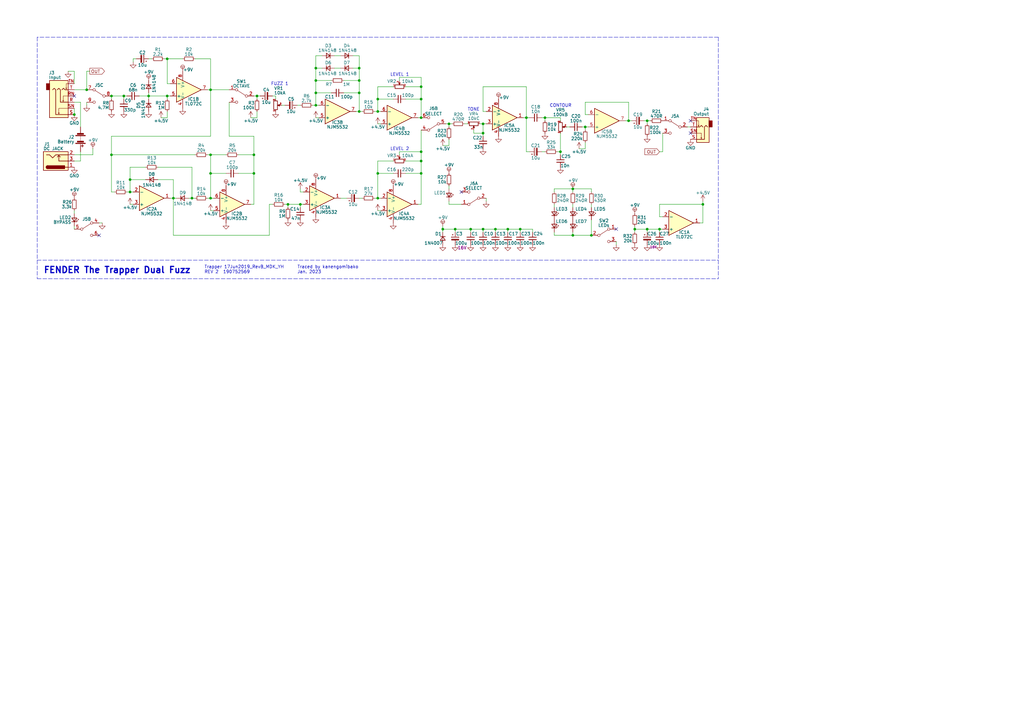
<source format=kicad_sch>
(kicad_sch (version 20211123) (generator eeschema)
  (paper "A3")
  (lib_symbols
    (symbol "Amplifier_Operational:NJM5532" (pin_names (offset 0.127))
      (property "Reference" "U" (at 0 5.08 0))
      (property "Value" "NJM5532" (at 0 -5.08 0))
      (symbol "NJM5532_1_1"
        (pin output line (at 7.62 0 180) (length 2.54) (name "~") (number "1"))
        (pin input line (at -7.62 -2.54 0) (length 2.54) (name "-") (number "2"))
        (pin input line (at -7.62 2.54 0) (length 2.54) (name "+") (number "3"))
      )
      (symbol "NJM5532_2_1"
        (pin input line (at -7.62 2.54 0) (length 2.54) (name "+") (number "5"))
        (pin input line (at -7.62 -2.54 0) (length 2.54) (name "-") (number "6"))
        (pin output line (at 7.62 0 180) (length 2.54) (name "~") (number "7"))
      )
      (symbol "NJM5532_3_1"
        (pin power_in line (at -2.54 -7.62 90) (length 3.81) (name "V-") (number "4"))
        (pin power_in line (at -2.54 7.62 270) (length 3.81) (name "V+") (number "8"))
      )
    )
    (symbol "Amplifier_Operational:TL072" (pin_names (offset 0.127))
      (property "Reference" "U" (at 0 5.08 0))
      (property "Value" "TL072" (at 0 -5.08 0))
      (symbol "TL072_1_1"
        (pin output line (at 7.62 0 180) (length 2.54) (name "~") (number "1"))
        (pin input line (at -7.62 -2.54 0) (length 2.54) (name "-") (number "2"))
        (pin input line (at -7.62 2.54 0) (length 2.54) (name "+") (number "3"))
      )
      (symbol "TL072_2_1"
        (pin input line (at -7.62 2.54 0) (length 2.54) (name "+") (number "5"))
        (pin input line (at -7.62 -2.54 0) (length 2.54) (name "-") (number "6"))
        (pin output line (at 7.62 0 180) (length 2.54) (name "~") (number "7"))
      )
      (symbol "TL072_3_1"
        (pin power_in line (at -2.54 -7.62 90) (length 3.81) (name "V-") (number "4"))
        (pin power_in line (at -2.54 7.62 270) (length 3.81) (name "V+") (number "8"))
      )
    )
    (symbol "Connector:AudioJack2_Switch"
      (property "Reference" "J" (at 0 11.43 0))
      (property "Value" "AudioJack2_Switch" (at 0 8.89 0))
      (symbol "AudioJack2_Switch_1_1"
        (pin passive line (at 5.08 5.08 180) (length 2.54) (name "~") (number "S"))
        (pin passive line (at 5.08 2.54 180) (length 2.54) (name "~") (number "SN"))
        (pin passive line (at 5.08 0 180) (length 2.54) (name "~") (number "T"))
        (pin passive line (at 5.08 -2.54 180) (length 2.54) (name "~") (number "TN"))
      )
    )
    (symbol "Connector:AudioJack3_Switch"
      (property "Reference" "J" (at 0 11.43 0))
      (property "Value" "AudioJack3_Switch" (at 0 8.89 0))
      (symbol "AudioJack3_Switch_1_1"
        (pin passive line (at 5.08 0 180) (length 2.54) (name "~") (number "R"))
        (pin passive line (at 5.08 -2.54 180) (length 2.54) (name "~") (number "RN"))
        (pin passive line (at 5.08 5.08 180) (length 2.54) (name "~") (number "S"))
        (pin passive line (at 5.08 2.54 180) (length 2.54) (name "~") (number "SN"))
        (pin passive line (at 5.08 -5.08 180) (length 2.54) (name "~") (number "T"))
        (pin passive line (at 5.08 -7.62 180) (length 2.54) (name "~") (number "TN"))
      )
    )
    (symbol "Connector:Barrel_Jack_Switch" (pin_names hide)
      (property "Reference" "J" (at 0 5.334 0))
      (property "Value" "Barrel_Jack_Switch" (at 0 -5.08 0))
      (symbol "Barrel_Jack_Switch_1_1"
        (pin passive line (at 7.62 2.54 180) (length 2.54) (name "~") (number "1"))
        (pin passive line (at 7.62 -2.54 180) (length 2.54) (name "~") (number "2"))
        (pin passive line (at 7.62 0 180) (length 2.54) (name "~") (number "3"))
      )
    )
    (symbol "Device:Battery" (pin_numbers hide) (pin_names (offset 0) hide)
      (property "Reference" "BT" (at 2.54 2.54 0))
      (property "Value" "Battery" (at 2.54 0 0))
      (symbol "Battery_1_1"
        (pin passive line (at 0 5.08 270) (length 2.54) (name "+") (number "1"))
        (pin passive line (at 0 -5.08 90) (length 2.54) (name "-") (number "2"))
      )
    )
    (symbol "Device:C_Polarized_Small" (pin_numbers hide) (pin_names (offset 0.254) hide)
      (property "Reference" "C" (at 0.254 1.778 0))
      (property "Value" "C_Polarized_Small" (at 0.254 -2.032 0))
      (symbol "C_Polarized_Small_1_1"
        (pin passive line (at 0 2.54 270) (length 1.8542) (name "~") (number "1"))
        (pin passive line (at 0 -2.54 90) (length 1.8542) (name "~") (number "2"))
      )
    )
    (symbol "Device:C_Small" (pin_numbers hide) (pin_names (offset 0.254) hide)
      (property "Reference" "C" (at 0.254 1.778 0))
      (property "Value" "C_Small" (at 0.254 -2.032 0))
      (symbol "C_Small_1_1"
        (pin passive line (at 0 2.54 270) (length 2.032) (name "~") (number "1"))
        (pin passive line (at 0 -2.54 90) (length 2.032) (name "~") (number "2"))
      )
    )
    (symbol "Device:D_Small" (pin_numbers hide) (pin_names (offset 0.254) hide)
      (property "Reference" "D" (at -1.27 2.032 0))
      (property "Value" "D_Small" (at -3.81 -2.032 0))
      (symbol "D_Small_1_1"
        (pin passive line (at -2.54 0 0) (length 1.778) (name "K") (number "1"))
        (pin passive line (at 2.54 0 180) (length 1.778) (name "A") (number "2"))
      )
    )
    (symbol "Device:LED_Small" (pin_numbers hide) (pin_names (offset 0.254) hide)
      (property "Reference" "D" (at -1.27 3.175 0))
      (property "Value" "LED_Small" (at -4.445 -2.54 0))
      (symbol "LED_Small_1_1"
        (pin passive line (at -2.54 0 0) (length 1.778) (name "K") (number "1"))
        (pin passive line (at 2.54 0 180) (length 1.778) (name "A") (number "2"))
      )
    )
    (symbol "Device:R_Potentiometer_Small" (pin_names (offset 1.016) hide)
      (property "Reference" "RV" (at -4.445 0 90))
      (property "Value" "R_Potentiometer_Small" (at -2.54 0 90))
      (symbol "R_Potentiometer_Small_1_1"
        (pin passive line (at 0 2.54 270) (length 0.635) (name "1") (number "1"))
        (pin passive line (at 2.54 0 180) (length 0.9906) (name "2") (number "2"))
        (pin passive line (at 0 -2.54 90) (length 0.635) (name "3") (number "3"))
      )
    )
    (symbol "Device:R_Small" (pin_numbers hide) (pin_names (offset 0.254) hide)
      (property "Reference" "R" (at 0.762 0.508 0))
      (property "Value" "R_Small" (at 0.762 -1.016 0))
      (symbol "R_Small_1_1"
        (pin passive line (at 0 2.54 270) (length 0.762) (name "~") (number "1"))
        (pin passive line (at 0 -2.54 90) (length 0.762) (name "~") (number "2"))
      )
    )
    (symbol "Switch:SW_DPDT_x2" (pin_names (offset 0) hide)
      (property "Reference" "SW" (at 0 4.318 0))
      (property "Value" "SW_DPDT_x2" (at 0 -5.08 0))
      (symbol "SW_DPDT_x2_1_1"
        (pin passive line (at 5.08 2.54 180) (length 2.54) (name "A") (number "1"))
        (pin passive line (at -5.08 0 0) (length 2.54) (name "B") (number "2"))
        (pin passive line (at 5.08 -2.54 180) (length 2.54) (name "C") (number "3"))
      )
      (symbol "SW_DPDT_x2_2_1"
        (pin passive line (at 5.08 2.54 180) (length 2.54) (name "A") (number "4"))
        (pin passive line (at -5.08 0 0) (length 2.54) (name "B") (number "5"))
        (pin passive line (at 5.08 -2.54 180) (length 2.54) (name "C") (number "6"))
      )
    )
    (symbol "Switch:SW_SPDT" (pin_names (offset 0) hide)
      (property "Reference" "SW" (at 0 4.318 0))
      (property "Value" "SW_SPDT" (at 0 -5.08 0))
      (symbol "SW_SPDT_1_1"
        (pin passive line (at 5.08 2.54 180) (length 2.54) (name "A") (number "1"))
        (pin passive line (at -5.08 0 0) (length 2.54) (name "B") (number "2"))
        (pin passive line (at 5.08 -2.54 180) (length 2.54) (name "C") (number "3"))
      )
    )
    (symbol "myLib:+4.5V" (power) (pin_names (offset 0))
      (property "Value" "+4.5V" (at 0 3.556 0))
      (symbol "+4.5V_1_1"
        (pin power_in line (at 0 0 90) (length 0) hide (name "+4.5V") (number "1"))
      )
    )
    (symbol "myLib:+9V" (power) (pin_names (offset 0))
      (property "Value" "+9V" (at 0 3.556 0))
      (symbol "+9V_1_1"
        (pin power_in line (at 0 0 90) (length 0) hide (name "+9V") (number "1"))
      )
    )
    (symbol "myLib:SW_3PDT" (pin_names (offset 0) hide)
      (property "Reference" "SW" (at 0 4.318 0))
      (property "Value" "SW_3PDT" (at 0 -5.08 0))
      (symbol "SW_3PDT_1_1"
        (pin passive line (at 5.08 2.54 180) (length 2.54) (name "A") (number "1"))
        (pin passive line (at -5.08 0 0) (length 2.54) (name "B") (number "2"))
        (pin passive line (at 5.08 -2.54 180) (length 2.54) (name "C") (number "3"))
      )
      (symbol "SW_3PDT_2_1"
        (pin passive line (at 5.08 2.54 180) (length 2.54) (name "A") (number "4"))
        (pin passive line (at -5.08 0 0) (length 2.54) (name "B") (number "5"))
        (pin passive line (at 5.08 -2.54 180) (length 2.54) (name "C") (number "6"))
      )
      (symbol "SW_3PDT_3_1"
        (pin passive line (at 5.08 2.54 180) (length 2.54) (name "A") (number "7"))
        (pin passive line (at -5.08 0 0) (length 2.54) (name "B") (number "8"))
        (pin passive line (at 5.08 -2.54 180) (length 2.54) (name "C") (number "9"))
      )
    )
    (symbol "power:GND" (power) (pin_names (offset 0))
      (property "Value" "GND" (at 0 -3.81 0))
      (symbol "GND_1_1"
        (pin power_in line (at 0 0 270) (length 0) hide (name "GND") (number "1"))
      )
    )
  )
  (junction (at 86.36 71.12))
  (junction (at 172.72 71.12))
  (junction (at 154.94 81.28))
  (junction (at 71.12 81.28))
  (junction (at 186.69 93.98))
  (junction (at 184.15 50.8))
  (junction (at 229.87 62.23))
  (junction (at 30.48 46.99))
  (junction (at 172.72 62.23))
  (junction (at 193.04 93.98))
  (junction (at 68.58 24.13))
  (junction (at 265.43 93.98))
  (junction (at 242.57 96.52))
  (junction (at 154.94 71.12))
  (junction (at 172.72 48.26))
  (junction (at 129.54 43.18))
  (junction (at 172.72 66.04))
  (junction (at 257.81 49.53))
  (junction (at 35.56 36.83))
  (junction (at 45.72 63.5))
  (junction (at 86.36 63.5))
  (junction (at 203.2 93.98))
  (junction (at 123.19 83.82))
  (junction (at 86.36 36.83))
  (junction (at 198.12 93.98))
  (junction (at 265.43 49.53))
  (junction (at 53.34 78.74))
  (junction (at 198.12 50.8))
  (junction (at 154.94 40.64))
  (junction (at 240.03 52.07))
  (junction (at 60.96 39.37))
  (junction (at 129.54 33.02))
  (junction (at 104.14 63.5))
  (junction (at 215.9 48.26))
  (junction (at 147.32 27.94))
  (junction (at 172.72 40.64))
  (junction (at 172.72 35.56))
  (junction (at 154.94 45.72))
  (junction (at 86.36 81.28))
  (junction (at 234.95 96.52))
  (junction (at 223.52 48.26))
  (junction (at 129.54 38.1))
  (junction (at 105.41 39.37))
  (junction (at 213.36 93.98))
  (junction (at 198.12 54.61))
  (junction (at 147.32 33.02))
  (junction (at 68.58 39.37))
  (junction (at 147.32 38.1))
  (junction (at 129.54 27.94))
  (junction (at 270.51 93.98))
  (junction (at 234.95 77.47))
  (junction (at 50.8 39.37))
  (junction (at 260.35 93.98))
  (junction (at 208.28 93.98))
  (junction (at 104.14 71.12))
  (junction (at 181.61 93.98))
  (junction (at 147.32 45.72))
  (junction (at 288.29 83.82))
  (junction (at 118.11 83.82))
  (junction (at 53.34 73.66))
  (junction (at 45.72 39.37))
  (junction (at 78.74 81.28))
  (no_connect (at 283.21 54.61))
  (no_connect (at 30.48 39.37))
  (no_connect (at 40.64 96.52))
  (no_connect (at 283.21 49.53))
  (no_connect (at 252.73 93.98))
  (no_connect (at 189.23 78.74))
  (wire (pts (xy 265.43 49.53) (xy 266.7 49.53)))
  (wire (pts (xy 172.72 48.26) (xy 172.72 40.64)))
  (wire (pts (xy 163.83 33.02) (xy 163.83 31.75)))
  (wire (pts (xy 105.41 39.37) (xy 106.68 39.37)))
  (wire (pts (xy 110.49 83.82) (xy 111.76 83.82)))
  (wire (pts (xy 161.29 40.64) (xy 154.94 40.64)))
  (wire (pts (xy 86.36 36.83) (xy 86.36 55.88)))
  (wire (pts (xy 129.54 43.18) (xy 130.81 43.18)))
  (wire (pts (xy 137.16 27.94) (xy 139.7 27.94)))
  (wire (pts (xy 228.6 62.23) (xy 229.87 62.23)))
  (wire (pts (xy 190.5 50.8) (xy 191.77 50.8)))
  (wire (pts (xy 54.61 24.13) (xy 55.88 24.13)))
  (wire (pts (xy 260.35 92.71) (xy 260.35 93.98)))
  (wire (pts (xy 78.74 68.58) (xy 78.74 81.28)))
  (wire (pts (xy 30.48 63.5) (xy 38.1 63.5)))
  (wire (pts (xy 147.32 38.1) (xy 147.32 45.72)))
  (wire (pts (xy 140.97 38.1) (xy 147.32 38.1)))
  (wire (pts (xy 288.29 82.55) (xy 288.29 83.82)))
  (wire (pts (xy 242.57 85.09) (xy 242.57 83.82)))
  (wire (pts (xy 53.34 73.66) (xy 59.69 73.66)))
  (wire (pts (xy 86.36 36.83) (xy 93.98 36.83)))
  (wire (pts (xy 57.15 39.37) (xy 60.96 39.37)))
  (wire (pts (xy 184.15 83.82) (xy 189.23 83.82)))
  (wire (pts (xy 198.12 54.61) (xy 198.12 55.88)))
  (wire (pts (xy 259.08 49.53) (xy 257.81 49.53)))
  (wire (pts (xy 129.54 33.02) (xy 129.54 38.1)))
  (wire (pts (xy 64.77 73.66) (xy 71.12 73.66)))
  (wire (pts (xy 215.9 62.23) (xy 217.17 62.23)))
  (wire (pts (xy 53.34 78.74) (xy 53.34 73.66)))
  (wire (pts (xy 147.32 22.86) (xy 147.32 27.94)))
  (wire (pts (xy 86.36 81.28) (xy 87.63 81.28)))
  (wire (pts (xy 124.46 83.82) (xy 123.19 83.82)))
  (wire (pts (xy 59.69 68.58) (xy 53.34 68.58)))
  (wire (pts (xy 198.12 50.8) (xy 198.12 54.61)))
  (wire (pts (xy 271.78 88.9) (xy 270.51 88.9)))
  (wire (pts (xy 60.96 38.1) (xy 60.96 39.37)))
  (wire (pts (xy 30.48 66.04) (xy 33.02 66.04)))
  (wire (pts (xy 33.02 41.91) (xy 33.02 52.07)))
  (wire (pts (xy 198.12 45.72) (xy 198.12 35.56)))
  (wire (pts (xy 104.14 83.82) (xy 102.87 83.82)))
  (wire (pts (xy 30.48 41.91) (xy 33.02 41.91)))
  (wire (pts (xy 130.81 48.26) (xy 129.54 48.26)))
  (wire (pts (xy 35.56 36.83) (xy 35.56 29.21)))
  (wire (pts (xy 184.15 59.69) (xy 181.61 59.69)))
  (wire (pts (xy 148.59 81.28) (xy 147.32 81.28)))
  (wire (pts (xy 222.25 62.23) (xy 223.52 62.23)))
  (wire (pts (xy 156.21 86.36) (xy 154.94 86.36)))
  (wire (pts (xy 50.8 39.37) (xy 45.72 39.37)))
  (wire (pts (xy 172.72 31.75) (xy 172.72 35.56)))
  (wire (pts (xy 264.16 49.53) (xy 265.43 49.53)))
  (wire (pts (xy 215.9 48.26) (xy 215.9 62.23)))
  (wire (pts (xy 110.49 96.52) (xy 71.12 96.52)))
  (wire (pts (xy 227.33 77.47) (xy 227.33 78.74)))
  (wire (pts (xy 110.49 83.82) (xy 110.49 96.52)))
  (wire (pts (xy 45.72 39.37) (xy 45.72 40.64)))
  (wire (pts (xy 52.07 39.37) (xy 50.8 39.37)))
  (wire (pts (xy 66.04 48.26) (xy 68.58 48.26)))
  (wire (pts (xy 147.32 33.02) (xy 147.32 38.1)))
  (wire (pts (xy 72.39 81.28) (xy 71.12 81.28)))
  (wire (pts (xy 252.73 99.06) (xy 252.73 100.33)))
  (wire (pts (xy 154.94 50.8) (xy 156.21 50.8)))
  (wire (pts (xy 139.7 22.86) (xy 137.16 22.86)))
  (wire (pts (xy 166.37 35.56) (xy 172.72 35.56)))
  (polyline (pts (xy 294.64 15.24) (xy 15.24 15.24)))
  (wire (pts (xy 104.14 63.5) (xy 104.14 71.12)))
  (wire (pts (xy 161.29 66.04) (xy 154.94 66.04)))
  (wire (pts (xy 166.37 66.04) (xy 172.72 66.04)))
  (wire (pts (xy 271.78 54.61) (xy 271.78 62.23)))
  (wire (pts (xy 87.63 86.36) (xy 86.36 86.36)))
  (wire (pts (xy 153.67 45.72) (xy 154.94 45.72)))
  (wire (pts (xy 135.89 38.1) (xy 129.54 38.1)))
  (wire (pts (xy 208.28 95.25) (xy 208.28 93.98)))
  (wire (pts (xy 184.15 76.2) (xy 184.15 77.47)))
  (wire (pts (xy 50.8 39.37) (xy 50.8 40.64)))
  (wire (pts (xy 69.85 39.37) (xy 68.58 39.37)))
  (wire (pts (xy 171.45 48.26) (xy 172.72 48.26)))
  (wire (pts (xy 62.23 24.13) (xy 60.96 24.13)))
  (wire (pts (xy 182.88 50.8) (xy 184.15 50.8)))
  (wire (pts (xy 33.02 62.23) (xy 33.02 66.04)))
  (wire (pts (xy 104.14 71.12) (xy 104.14 83.82)))
  (wire (pts (xy 104.14 55.88) (xy 104.14 63.5)))
  (wire (pts (xy 193.04 95.25) (xy 193.04 93.98)))
  (wire (pts (xy 199.39 45.72) (xy 198.12 45.72)))
  (wire (pts (xy 35.56 29.21) (xy 36.83 29.21)))
  (wire (pts (xy 67.31 24.13) (xy 68.58 24.13)))
  (wire (pts (xy 270.51 83.82) (xy 288.29 83.82)))
  (wire (pts (xy 45.72 63.5) (xy 80.01 63.5)))
  (polyline (pts (xy 294.64 15.24) (xy 294.64 114.3)))
  (wire (pts (xy 242.57 96.52) (xy 234.95 96.52)))
  (wire (pts (xy 271.78 93.98) (xy 270.51 93.98)))
  (wire (pts (xy 234.95 83.82) (xy 234.95 85.09)))
  (wire (pts (xy 132.08 27.94) (xy 129.54 27.94)))
  (wire (pts (xy 140.97 33.02) (xy 147.32 33.02)))
  (wire (pts (xy 45.72 55.88) (xy 45.72 63.5)))
  (wire (pts (xy 227.33 96.52) (xy 227.33 95.25)))
  (wire (pts (xy 128.27 43.18) (xy 129.54 43.18)))
  (wire (pts (xy 172.72 62.23) (xy 172.72 66.04)))
  (wire (pts (xy 229.87 62.23) (xy 229.87 63.5)))
  (wire (pts (xy 181.61 95.25) (xy 181.61 93.98)))
  (wire (pts (xy 196.85 50.8) (xy 198.12 50.8)))
  (wire (pts (xy 154.94 35.56) (xy 154.94 40.64)))
  (wire (pts (xy 163.83 63.5) (xy 163.83 62.23)))
  (wire (pts (xy 30.48 29.21) (xy 27.94 29.21)))
  (wire (pts (xy 35.56 41.91) (xy 35.56 43.18)))
  (wire (pts (xy 257.81 49.53) (xy 256.54 49.53)))
  (wire (pts (xy 229.87 48.26) (xy 229.87 49.53)))
  (wire (pts (xy 132.08 22.86) (xy 129.54 22.86)))
  (wire (pts (xy 213.36 95.25) (xy 213.36 93.98)))
  (wire (pts (xy 129.54 38.1) (xy 129.54 43.18)))
  (wire (pts (xy 153.67 81.28) (xy 154.94 81.28)))
  (wire (pts (xy 105.41 40.64) (xy 105.41 39.37)))
  (wire (pts (xy 198.12 35.56) (xy 215.9 35.56)))
  (wire (pts (xy 199.39 81.28) (xy 199.39 82.55)))
  (wire (pts (xy 86.36 81.28) (xy 85.09 81.28)))
  (wire (pts (xy 78.74 81.28) (xy 77.47 81.28)))
  (wire (pts (xy 144.78 27.94) (xy 147.32 27.94)))
  (wire (pts (xy 86.36 63.5) (xy 85.09 63.5)))
  (wire (pts (xy 123.19 85.09) (xy 123.19 83.82)))
  (wire (pts (xy 186.69 93.98) (xy 193.04 93.98)))
  (wire (pts (xy 105.41 45.72) (xy 105.41 48.26)))
  (wire (pts (xy 223.52 48.26) (xy 229.87 48.26)))
  (wire (pts (xy 86.36 36.83) (xy 86.36 24.13)))
  (wire (pts (xy 234.95 77.47) (xy 227.33 77.47)))
  (wire (pts (xy 104.14 39.37) (xy 105.41 39.37)))
  (wire (pts (xy 74.93 24.13) (xy 68.58 24.13)))
  (wire (pts (xy 54.61 78.74) (xy 53.34 78.74)))
  (wire (pts (xy 215.9 35.56) (xy 215.9 48.26)))
  (wire (pts (xy 71.12 81.28) (xy 71.12 96.52)))
  (wire (pts (xy 184.15 82.55) (xy 184.15 83.82)))
  (wire (pts (xy 184.15 57.15) (xy 184.15 59.69)))
  (wire (pts (xy 240.03 53.34) (xy 240.03 52.07)))
  (wire (pts (xy 148.59 45.72) (xy 147.32 45.72)))
  (polyline (pts (xy 15.24 114.3) (xy 294.64 114.3)))
  (wire (pts (xy 105.41 48.26) (xy 102.87 48.26)))
  (wire (pts (xy 161.29 35.56) (xy 154.94 35.56)))
  (wire (pts (xy 154.94 40.64) (xy 154.94 45.72)))
  (wire (pts (xy 166.37 40.64) (xy 172.72 40.64)))
  (wire (pts (xy 54.61 25.4) (xy 54.61 24.13)))
  (wire (pts (xy 265.43 95.25) (xy 265.43 93.98)))
  (wire (pts (xy 203.2 93.98) (xy 208.28 93.98)))
  (wire (pts (xy 45.72 63.5) (xy 45.72 78.74)))
  (wire (pts (xy 121.92 43.18) (xy 123.19 43.18)))
  (wire (pts (xy 45.72 78.74) (xy 46.99 78.74)))
  (wire (pts (xy 92.71 63.5) (xy 86.36 63.5)))
  (wire (pts (xy 147.32 27.94) (xy 147.32 33.02)))
  (wire (pts (xy 53.34 83.82) (xy 54.61 83.82)))
  (wire (pts (xy 172.72 83.82) (xy 171.45 83.82)))
  (wire (pts (xy 270.51 88.9) (xy 270.51 83.82)))
  (wire (pts (xy 238.76 52.07) (xy 240.03 52.07)))
  (wire (pts (xy 198.12 54.61) (xy 194.31 54.61)))
  (wire (pts (xy 45.72 55.88) (xy 86.36 55.88)))
  (wire (pts (xy 218.44 93.98) (xy 218.44 95.25)))
  (wire (pts (xy 144.78 22.86) (xy 147.32 22.86)))
  (wire (pts (xy 93.98 55.88) (xy 104.14 55.88)))
  (wire (pts (xy 181.61 93.98) (xy 186.69 93.98)))
  (wire (pts (xy 181.61 93.98) (xy 181.61 92.71)))
  (wire (pts (xy 85.09 36.83) (xy 86.36 36.83)))
  (wire (pts (xy 68.58 39.37) (xy 68.58 40.64)))
  (wire (pts (xy 30.48 34.29) (xy 30.48 29.21)))
  (wire (pts (xy 78.74 81.28) (xy 80.01 81.28)))
  (wire (pts (xy 64.77 68.58) (xy 78.74 68.58)))
  (wire (pts (xy 129.54 33.02) (xy 135.89 33.02)))
  (wire (pts (xy 172.72 40.64) (xy 172.72 35.56)))
  (wire (pts (xy 115.57 43.18) (xy 116.84 43.18)))
  (wire (pts (xy 154.94 71.12) (xy 154.94 81.28)))
  (wire (pts (xy 69.85 81.28) (xy 71.12 81.28)))
  (wire (pts (xy 215.9 48.26) (xy 214.63 48.26)))
  (wire (pts (xy 242.57 78.74) (xy 242.57 77.47)))
  (wire (pts (xy 288.29 83.82) (xy 288.29 91.44)))
  (wire (pts (xy 154.94 66.04) (xy 154.94 71.12)))
  (wire (pts (xy 260.35 95.25) (xy 260.35 93.98)))
  (wire (pts (xy 227.33 83.82) (xy 227.33 85.09)))
  (wire (pts (xy 68.58 48.26) (xy 68.58 45.72)))
  (wire (pts (xy 69.85 34.29) (xy 68.58 34.29)))
  (wire (pts (xy 208.28 93.98) (xy 213.36 93.98)))
  (wire (pts (xy 93.98 55.88) (xy 93.98 41.91)))
  (wire (pts (xy 172.72 71.12) (xy 172.72 83.82)))
  (wire (pts (xy 198.12 50.8) (xy 199.39 50.8)))
  (wire (pts (xy 129.54 22.86) (xy 129.54 27.94)))
  (wire (pts (xy 118.11 83.82) (xy 116.84 83.82)))
  (wire (pts (xy 60.96 40.64) (xy 60.96 39.37)))
  (wire (pts (xy 242.57 77.47) (xy 234.95 77.47)))
  (wire (pts (xy 30.48 36.83) (xy 35.56 36.83)))
  (wire (pts (xy 203.2 95.25) (xy 203.2 93.98)))
  (wire (pts (xy 234.95 96.52) (xy 227.33 96.52)))
  (wire (pts (xy 172.72 66.04) (xy 172.72 71.12)))
  (wire (pts (xy 186.69 95.25) (xy 186.69 93.98)))
  (wire (pts (xy 71.12 81.28) (xy 71.12 73.66)))
  (wire (pts (xy 229.87 62.23) (xy 229.87 54.61)))
  (wire (pts (xy 30.48 92.71) (xy 30.48 93.98)))
  (wire (pts (xy 52.07 78.74) (xy 53.34 78.74)))
  (wire (pts (xy 281.94 52.07) (xy 283.21 52.07)))
  (wire (pts (xy 215.9 48.26) (xy 217.17 48.26)))
  (wire (pts (xy 166.37 71.12) (xy 172.72 71.12)))
  (wire (pts (xy 30.48 44.45) (xy 30.48 46.99)))
  (wire (pts (xy 234.95 95.25) (xy 234.95 96.52)))
  (wire (pts (xy 288.29 91.44) (xy 287.02 91.44)))
  (wire (pts (xy 184.15 52.07) (xy 184.15 50.8)))
  (wire (pts (xy 129.54 27.94) (xy 129.54 33.02)))
  (wire (pts (xy 265.43 50.8) (xy 265.43 49.53)))
  (wire (pts (xy 118.11 85.09) (xy 118.11 83.82)))
  (wire (pts (xy 223.52 49.53) (xy 223.52 48.26)))
  (polyline (pts (xy 15.24 15.24) (xy 15.24 114.3)))
  (wire (pts (xy 193.04 93.98) (xy 198.12 93.98)))
  (wire (pts (xy 194.31 54.61) (xy 194.31 53.34)))
  (wire (pts (xy 161.29 71.12) (xy 154.94 71.12)))
  (wire (pts (xy 123.19 83.82) (xy 118.11 83.82)))
  (wire (pts (xy 53.34 68.58) (xy 53.34 73.66)))
  (wire (pts (xy 60.96 39.37) (xy 68.58 39.37)))
  (wire (pts (xy 260.35 93.98) (xy 265.43 93.98)))
  (wire (pts (xy 222.25 48.26) (xy 223.52 48.26)))
  (wire (pts (xy 163.83 62.23) (xy 172.72 62.23)))
  (wire (pts (xy 97.79 71.12) (xy 104.14 71.12)))
  (wire (pts (xy 30.48 86.36) (xy 30.48 87.63)))
  (wire (pts (xy 184.15 50.8) (xy 185.42 50.8)))
  (wire (pts (xy 86.36 24.13) (xy 80.01 24.13)))
  (wire (pts (xy 234.95 78.74) (xy 234.95 77.47)))
  (wire (pts (xy 265.43 93.98) (xy 270.51 93.98)))
  (wire (pts (xy 163.83 31.75) (xy 172.72 31.75)))
  (polyline (pts (xy 15.24 106.68) (xy 294.64 106.68)))
  (wire (pts (xy 271.78 62.23) (xy 270.51 62.23)))
  (wire (pts (xy 240.03 41.91) (xy 257.81 41.91)))
  (wire (pts (xy 68.58 24.13) (xy 68.58 34.29)))
  (wire (pts (xy 270.51 93.98) (xy 270.51 95.25)))
  (wire (pts (xy 198.12 93.98) (xy 203.2 93.98)))
  (wire (pts (xy 241.3 46.99) (xy 240.03 46.99)))
  (wire (pts (xy 154.94 81.28) (xy 156.21 81.28)))
  (wire (pts (xy 123.19 77.47) (xy 123.19 78.74)))
  (wire (pts (xy 172.72 53.34) (xy 172.72 62.23)))
  (wire (pts (xy 40.64 91.44) (xy 41.91 91.44)))
  (wire (pts (xy 92.71 71.12) (xy 86.36 71.12)))
  (wire (pts (xy 242.57 90.17) (xy 242.57 96.52)))
  (wire (pts (xy 113.03 39.37) (xy 113.03 40.64)))
  (wire (pts (xy 123.19 78.74) (xy 124.46 78.74)))
  (wire (pts (xy 240.03 58.42) (xy 240.03 60.96)))
  (wire (pts (xy 240.03 52.07) (xy 241.3 52.07)))
  (wire (pts (xy 86.36 63.5) (xy 86.36 71.12)))
  (wire (pts (xy 257.81 41.91) (xy 257.81 49.53)))
  (wire (pts (xy 111.76 39.37) (xy 113.03 39.37)))
  (wire (pts (xy 154.94 45.72) (xy 156.21 45.72)))
  (wire (pts (xy 142.24 81.28) (xy 139.7 81.28)))
  (wire (pts (xy 86.36 71.12) (xy 86.36 81.28)))
  (wire (pts (xy 213.36 93.98) (xy 218.44 93.98)))
  (wire (pts (xy 198.12 95.25) (xy 198.12 93.98)))
  (wire (pts (xy 240.03 46.99) (xy 240.03 41.91)))
  (wire (pts (xy 237.49 60.96) (xy 240.03 60.96)))
  (wire (pts (xy 232.41 52.07) (xy 233.68 52.07)))
  (wire (pts (xy 146.05 45.72) (xy 147.32 45.72)))
  (wire (pts (xy 38.1 60.96) (xy 38.1 63.5)))
  (wire (pts (xy 97.79 63.5) (xy 104.14 63.5)))
  (text "FENDER The Trapper Dual Fuzz" (at 17.78 112.395 0) (effects (font (size 2.54 2.54) (thickness 0.508) bold) (justify left bottom)))
  (text "LEVEL 1" (at 160.02 31.4325 0) (effects (font (size 1.27 1.27)) (justify left bottom)))
  (text "CONTOUR" (at 225.425 44.1325 0) (effects (font (size 1.27 1.27)) (justify left bottom)))
  (text "FUZZ 1\n" (at 111.125 35.2425 0) (effects (font (size 1.27 1.27)) (justify left bottom)))
  (text "Traced by kanengomibako\nJan. 2023" (at 121.92 112.395 0) (effects (font (size 1.27 1.27)) (justify left bottom)))
  (text "Trapper 17Jun2019_RevB_MDK_YH\nREV 2  190752569" (at 83.82 112.395 0) (effects (font (size 1.27 1.27)) (justify left bottom)))
  (text "LEVEL 2" (at 160.02 61.9125 0) (effects (font (size 1.27 1.27)) (justify left bottom)))
  (text "TONE" (at 191.77 45.72 0) (effects (font (size 1.27 1.27)) (justify left bottom)))
  (global_label "OUT" (shape output) (at 36.83 29.21 0) (property "Intersheet References" "${INTERSHEET_REFS}" (effects hide)))
  (global_label "OUT" (shape input) (at 270.51 62.23 180) (property "Intersheet References" "${INTERSHEET_REFS}" (effects hide)))
  (symbol (lib_id "myLib:SW_3PDT") (at 35.56 93.98 0) (unit 2)
    (property "Reference" "J5" (at 35.56 89.8525 0))
    (property "Value" "SW_3PDT" (effects hide))
  )
  (symbol (lib_id "myLib:+4.5V") (at 154.94 86.36 0) (unit 1)
    (property "Reference" "#PWR0112" (effects hide))
    (property "Value" "+4.5V" (at 154.94 87.63 0))
  )
  (symbol (lib_id "Device:R_Small") (at 114.3 83.82 90) (unit 1)
    (property "Reference" "R16" (at 114.3 80.01 90))
    (property "Value" "10k" (at 114.3 81.915 90))
  )
  (symbol (lib_id "Amplifier_Operational:NJM5532") (at 138.43 45.72 0) (mirror x) (unit 2)
    (property "Reference" "IC3" (at 138.43 50.165 0))
    (property "Value" "NJM5532" (at 138.43 52.07 0))
  )
  (symbol (lib_id "myLib:+9V") (at 161.29 76.2 0) (unit 1)
    (property "Reference" "#PWR0111" (effects hide))
    (property "Value" "+9V" (at 163.5125 75.565 0))
  )
  (symbol (lib_id "Switch:SW_DPDT_x2") (at 177.8 50.8 180) (unit 2)
    (property "Reference" "J6" (at 177.8 44.45 0))
    (property "Value" "SELECT" (at 177.8 46.6725 0))
  )
  (symbol (lib_id "power:GND") (at 198.12 100.33 0) (unit 1)
    (property "Reference" "#PWR08" (effects hide))
    (property "Value" "GND" (effects hide))
  )
  (symbol (lib_id "Device:D_Small") (at 60.96 35.56 270) (unit 1)
    (property "Reference" "D2" (at 58.7375 35.56 0))
    (property "Value" "1N4148" (at 63.1825 34.29 0))
  )
  (symbol (lib_id "Device:C_Small") (at 198.12 97.79 0) (unit 1)
    (property "Reference" "C10" (at 198.4375 95.885 0) (effects (justify left)))
    (property "Value" "100n" (at 198.12 99.695 0) (effects (justify left)))
  )
  (symbol (lib_id "Device:R_Small") (at 77.47 24.13 90) (unit 1)
    (property "Reference" "R2" (at 77.47 20.32 90))
    (property "Value" "10k" (at 77.47 22.225 90))
  )
  (symbol (lib_id "Device:D_Small") (at 60.96 43.18 270) (unit 1)
    (property "Reference" "D5" (at 56.8325 43.18 0))
    (property "Value" "1N4148" (at 58.7375 44.7675 0))
  )
  (symbol (lib_id "Amplifier_Operational:NJM5532") (at 163.83 83.82 0) (mirror x) (unit 1)
    (property "Reference" "IC4" (at 165.735 87.63 0))
    (property "Value" "NJM5532" (at 165.735 89.535 0))
  )
  (symbol (lib_id "Device:C_Polarized_Small") (at 219.71 62.23 90) (unit 1)
    (property "Reference" "C21" (at 219.71 59.69 90))
    (property "Value" "10u" (at 219.71 64.77 90))
  )
  (symbol (lib_id "power:GND") (at 35.56 43.18 0) (unit 1)
    (property "Reference" "#PWR0122" (effects hide))
    (property "Value" "GND" (effects hide))
  )
  (symbol (lib_id "Device:C_Small") (at 95.25 71.12 270) (unit 1)
    (property "Reference" "C7" (at 95.25 66.675 90))
    (property "Value" "100p" (at 95.25 68.58 90))
  )
  (symbol (lib_id "Device:LED_Small") (at 184.15 80.01 270) (mirror x) (unit 1)
    (property "Reference" "LED1" (at 182.88 79.0575 90) (effects (justify right)))
    (property "Value" "SELECT" (effects hide))
  )
  (symbol (lib_id "power:GND") (at 283.21 57.15 0) (unit 1)
    (property "Reference" "#PWR0129" (effects hide))
    (property "Value" "GND" (at 283.21 60.6425 0))
  )
  (symbol (lib_id "myLib:+4.5V") (at 86.36 86.36 0) (unit 1)
    (property "Reference" "#PWR0118" (effects hide))
    (property "Value" "+4.5V" (at 86.36 87.63 0))
  )
  (symbol (lib_id "power:GND") (at 41.91 91.44 0) (unit 1)
    (property "Reference" "#PWR0116" (effects hide))
    (property "Value" "GND" (effects hide))
  )
  (symbol (lib_id "Device:R_Small") (at 45.72 43.18 0) (mirror y) (unit 1)
    (property "Reference" "R8" (at 44.7675 42.2275 0) (effects (justify left)))
    (property "Value" "4.7M" (at 44.7675 44.1325 0) (effects (justify left)))
  )
  (symbol (lib_id "power:GND") (at 30.48 68.58 0) (unit 1)
    (property "Reference" "#PWR01" (effects hide))
    (property "Value" "GND" (at 30.48 72.0725 0))
  )
  (symbol (lib_id "myLib:SW_3PDT") (at 276.86 52.07 0) (mirror y) (unit 1)
    (property "Reference" "J5" (at 276.86 47.625 0))
    (property "Value" "SW_3PDT" (effects hide))
  )
  (symbol (lib_id "Amplifier_Operational:TL072") (at 77.47 36.83 0) (unit 3)
    (property "Reference" "IC1" (effects hide))
    (property "Value" "TL072C" (effects hide))
  )
  (symbol (lib_id "power:GND") (at 181.61 100.33 0) (unit 1)
    (property "Reference" "#PWR03" (effects hide))
    (property "Value" "GND" (effects hide))
  )
  (symbol (lib_id "Device:R_Small") (at 118.11 87.63 0) (mirror y) (unit 1)
    (property "Reference" "R9" (at 117.1575 86.6775 0) (effects (justify left)))
    (property "Value" "1M" (at 117.1575 88.5825 0) (effects (justify left)))
  )
  (symbol (lib_id "myLib:+9V") (at 184.15 71.12 0) (mirror y) (unit 1)
    (property "Reference" "#PWR0108" (effects hide))
    (property "Value" "+9V" (at 184.15 67.6275 0))
  )
  (symbol (lib_id "Amplifier_Operational:NJM5532") (at 248.92 49.53 0) (mirror x) (unit 2)
    (property "Reference" "IC5" (at 248.92 53.975 0))
    (property "Value" "NJM5532" (at 248.92 55.88 0))
  )
  (symbol (lib_id "Device:LED_Small") (at 242.57 87.63 270) (mirror x) (unit 1)
    (property "Reference" "LED5" (at 243.5225 85.725 90) (effects (justify left)))
    (property "Value" " " (at 245.11 88.8364 90) (effects (justify left)))
  )
  (symbol (lib_id "Device:LED_Small") (at 30.48 90.17 270) (mirror x) (unit 1)
    (property "Reference" "LED2" (at 29.21 89.2175 90) (effects (justify right)))
    (property "Value" "BYPASS" (at 29.21 91.1225 90) (effects (justify right)))
  )
  (symbol (lib_id "power:GND") (at 265.43 55.88 0) (unit 1)
    (property "Reference" "#PWR0128" (effects hide))
    (property "Value" "GND" (effects hide))
  )
  (symbol (lib_id "power:GND") (at 252.73 100.33 0) (unit 1)
    (property "Reference" "#PWR0133" (effects hide))
    (property "Value" "GND" (effects hide))
  )
  (symbol (lib_id "power:GND") (at 203.2 100.33 0) (unit 1)
    (property "Reference" "#PWR010" (effects hide))
    (property "Value" "GND" (effects hide))
  )
  (symbol (lib_id "Device:C_Small") (at 123.19 87.63 0) (mirror y) (unit 1)
    (property "Reference" "C14" (at 122.8725 85.725 0) (effects (justify left)))
    (property "Value" "47n" (at 123.19 89.535 0) (effects (justify left)))
  )
  (symbol (lib_id "Connector:AudioJack2_Switch") (at 288.29 52.07 180) (unit 1)
    (property "Reference" "J4" (at 290.83 44.7675 0) (effects (justify left)))
    (property "Value" "Output" (at 290.83 46.6725 0) (effects (justify left)))
  )
  (symbol (lib_id "Device:C_Small") (at 236.22 52.07 270) (unit 1)
    (property "Reference" "C20" (at 236.22 47.625 90))
    (property "Value" "100n" (at 236.22 49.53 90))
  )
  (symbol (lib_id "power:GND") (at 260.35 100.33 0) (unit 1)
    (property "Reference" "#PWR015" (effects hide))
    (property "Value" "GND" (effects hide))
  )
  (symbol (lib_id "Device:R_Small") (at 242.57 81.28 0) (unit 1)
    (property "Reference" "R30" (at 243.5225 80.3275 0) (effects (justify left)))
    (property "Value" "430R" (at 243.5225 82.2325 0) (effects (justify left)))
  )
  (symbol (lib_id "Amplifier_Operational:NJM5532") (at 207.01 48.26 0) (unit 3)
    (property "Reference" "IC5" (effects hide))
    (property "Value" "NJM5532" (effects hide))
  )
  (symbol (lib_id "Device:LED_Small") (at 234.95 92.71 270) (mirror x) (unit 1)
    (property "Reference" "LED7" (at 235.9025 90.805 90) (effects (justify left)))
    (property "Value" " " (at 237.49 93.9164 90) (effects (justify left)))
  )
  (symbol (lib_id "Device:C_Small") (at 203.2 97.79 0) (unit 1)
    (property "Reference" "C13" (at 203.5175 95.885 0) (effects (justify left)))
    (property "Value" "100n" (at 203.2 99.695 0) (effects (justify left)))
  )
  (symbol (lib_id "power:GND") (at 223.52 54.61 0) (unit 1)
    (property "Reference" "#PWR0103" (effects hide))
    (property "Value" "GND" (effects hide))
  )
  (symbol (lib_id "myLib:+9V") (at 60.96 33.02 0) (unit 1)
    (property "Reference" "#PWR0130" (effects hide))
    (property "Value" "+9V" (at 60.96 29.5275 0))
  )
  (symbol (lib_id "myLib:SW_3PDT") (at 40.64 39.37 0) (mirror y) (unit 3)
    (property "Reference" "J5" (at 40.64 34.925 0))
    (property "Value" "SW_3PDT" (effects hide))
  )
  (symbol (lib_id "Device:C_Polarized_Small") (at 186.69 97.79 0) (unit 1)
    (property "Reference" "C3" (at 187.0075 95.885 0) (effects (justify left)))
    (property "Value" "100u" (at 186.69 99.695 0) (effects (justify left)))
    (property "V" "16V" (at 189.5475 101.6 0))
  )
  (symbol (lib_id "Device:C_Polarized_Small") (at 144.78 81.28 90) (unit 1)
    (property "Reference" "C12" (at 144.78 78.74 90))
    (property "Value" "10u" (at 144.78 83.82 90))
  )
  (symbol (lib_id "Device:R_Small") (at 82.55 63.5 90) (unit 1)
    (property "Reference" "R4" (at 82.55 59.69 90))
    (property "Value" "20k" (at 82.55 61.595 90))
  )
  (symbol (lib_id "myLib:+4.5V") (at 66.04 48.26 0) (unit 1)
    (property "Reference" "#PWR0119" (effects hide))
    (property "Value" "+4.5V" (at 66.04 49.53 0))
  )
  (symbol (lib_id "Device:R_Small") (at 68.58 43.18 0) (mirror y) (unit 1)
    (property "Reference" "R12" (at 67.6275 42.2275 0) (effects (justify left)))
    (property "Value" "1M" (at 67.6275 44.1325 0) (effects (justify left)))
  )
  (symbol (lib_id "Amplifier_Operational:NJM5532") (at 163.83 48.26 0) (mirror x) (unit 2)
    (property "Reference" "IC4" (at 163.83 52.705 0))
    (property "Value" "NJM5532" (at 163.83 54.61 0))
  )
  (symbol (lib_id "Device:LED_Small") (at 227.33 92.71 270) (mirror x) (unit 1)
    (property "Reference" "LED6" (at 227.965 90.805 90) (effects (justify left)))
    (property "Value" " " (at 229.87 93.9164 90) (effects (justify left)))
  )
  (symbol (lib_id "Device:D_Small") (at 142.24 22.86 180) (unit 1)
    (property "Reference" "D4" (at 142.24 18.7325 0))
    (property "Value" "1N4148" (at 142.5575 20.6375 0))
  )
  (symbol (lib_id "Device:R_Small") (at 62.23 68.58 90) (unit 1)
    (property "Reference" "R13" (at 62.23 64.77 90))
    (property "Value" "10k" (at 62.23 66.675 90))
  )
  (symbol (lib_id "Device:LED_Small") (at 234.95 87.63 270) (mirror x) (unit 1)
    (property "Reference" "LED4" (at 235.9025 85.725 90) (effects (justify left)))
    (property "Value" " " (at 237.49 88.8364 90) (effects (justify left)))
  )
  (symbol (lib_id "Device:R_Small") (at 265.43 53.34 0) (unit 1)
    (property "Reference" "R22" (at 266.3825 52.3875 0) (effects (justify left)))
    (property "Value" "100k" (at 266.3825 54.2925 0) (effects (justify left)))
  )
  (symbol (lib_id "Device:R_Potentiometer_Small") (at 163.83 35.56 90) (unit 1)
    (property "Reference" "VR2" (at 162.56 33.3375 90) (effects (justify left)))
    (property "Value" "10kA" (at 164.7825 33.3375 90) (effects (justify right)))
  )
  (symbol (lib_id "power:GND") (at 74.93 44.45 0) (unit 1)
    (property "Reference" "#PWR04" (effects hide))
    (property "Value" "GND" (effects hide))
  )
  (symbol (lib_id "myLib:+4.5V") (at 123.19 77.47 0) (unit 1)
    (property "Reference" "#PWR016" (effects hide))
    (property "Value" "+4.5V" (at 123.19 73.9775 0))
  )
  (symbol (lib_id "Device:C_Small") (at 50.8 43.18 0) (unit 1)
    (property "Reference" "C9" (at 51.1175 41.275 0) (effects (justify left)))
    (property "Value" "330p" (at 50.8 45.085 0) (effects (justify left)))
  )
  (symbol (lib_id "Amplifier_Operational:NJM5532") (at 207.01 48.26 0) (mirror x) (unit 1)
    (property "Reference" "IC5" (at 208.915 51.435 0))
    (property "Value" "NJM5532" (at 208.915 53.34 0))
  )
  (symbol (lib_id "Device:R_Small") (at 30.48 83.82 0) (mirror y) (unit 1)
    (property "Reference" "R26" (at 29.5275 82.8675 0) (effects (justify left)))
    (property "Value" "3.3k" (at 29.5275 84.7725 0) (effects (justify left)))
  )
  (symbol (lib_id "Device:C_Small") (at 219.71 48.26 270) (unit 1)
    (property "Reference" "C18" (at 219.71 43.815 90))
    (property "Value" "10n" (at 219.71 45.72 90))
  )
  (symbol (lib_id "Device:C_Small") (at 270.51 97.79 0) (unit 1)
    (property "Reference" "C27" (at 270.51 95.885 0) (effects (justify left)))
    (property "Value" "100n" (at 270.51 99.695 0) (effects (justify left)))
  )
  (symbol (lib_id "power:GND") (at 193.04 100.33 0) (unit 1)
    (property "Reference" "#PWR05" (effects hide))
    (property "Value" "GND" (effects hide))
  )
  (symbol (lib_id "power:GND") (at 30.48 46.99 0) (unit 1)
    (property "Reference" "#PWR0131" (effects hide))
    (property "Value" "GND" (at 30.48 50.4825 0))
  )
  (symbol (lib_id "myLib:+9V") (at 129.54 73.66 0) (unit 1)
    (property "Reference" "#PWR0109" (effects hide))
    (property "Value" "+9V" (at 131.7625 73.025 0))
  )
  (symbol (lib_id "Device:C_Small") (at 198.12 58.42 0) (mirror y) (unit 1)
    (property "Reference" "C22" (at 197.8025 56.515 0) (effects (justify left)))
    (property "Value" "33n" (at 198.12 60.325 0) (effects (justify left)))
  )
  (symbol (lib_id "Device:C_Polarized_Small") (at 119.38 43.18 270) (mirror x) (unit 1)
    (property "Reference" "C5" (at 119.38 40.64 90))
    (property "Value" "10u" (at 119.38 45.72 90))
  )
  (symbol (lib_id "Device:R_Small") (at 184.15 54.61 0) (mirror y) (unit 1)
    (property "Reference" "R23" (at 183.1975 53.6575 0) (effects (justify left)))
    (property "Value" "100k" (at 183.1975 55.5625 0) (effects (justify left)))
  )
  (symbol (lib_id "myLib:+9V") (at 181.61 92.71 0) (unit 1)
    (property "Reference" "#PWR06" (effects hide))
    (property "Value" "+9V" (at 181.61 89.2175 0))
  )
  (symbol (lib_id "Device:C_Small") (at 163.83 71.12 270) (unit 1)
    (property "Reference" "C16" (at 162.56 69.5325 90) (effects (justify right)))
    (property "Value" "220p" (at 164.7825 69.5325 90) (effects (justify left)))
  )
  (symbol (lib_id "power:GND") (at 92.71 91.44 0) (unit 1)
    (property "Reference" "#PWR022" (effects hide))
    (property "Value" "GND" (effects hide))
  )
  (symbol (lib_id "Device:D_Small") (at 134.62 27.94 0) (unit 1)
    (property "Reference" "D6" (at 134.62 25.7175 0))
    (property "Value" "1N4148" (at 134.3025 30.1625 0))
  )
  (symbol (lib_id "Amplifier_Operational:NJM5532") (at 163.83 83.82 0) (unit 3)
    (property "Reference" "IC4" (effects hide))
    (property "Value" "NJM5532" (effects hide))
  )
  (symbol (lib_id "myLib:+4.5V") (at 181.61 59.69 0) (unit 1)
    (property "Reference" "#PWR0107" (effects hide))
    (property "Value" "+4.5V" (at 181.61 60.96 0))
  )
  (symbol (lib_id "Device:D_Small") (at 142.24 27.94 0) (unit 1)
    (property "Reference" "D7" (at 142.24 25.7175 0))
    (property "Value" "1N4148" (at 142.5575 30.1625 0))
  )
  (symbol (lib_id "power:GND") (at 161.29 91.44 0) (unit 1)
    (property "Reference" "#PWR0127" (effects hide))
    (property "Value" "GND" (effects hide))
  )
  (symbol (lib_id "Device:R_Small") (at 227.33 81.28 0) (unit 1)
    (property "Reference" "R28" (at 228.2825 80.3275 0) (effects (justify left)))
    (property "Value" "240R" (at 228.2825 82.2325 0) (effects (justify left)))
  )
  (symbol (lib_id "myLib:+9V") (at 204.47 40.64 0) (unit 1)
    (property "Reference" "#PWR030" (effects hide))
    (property "Value" "+9V" (at 206.6925 40.005 0))
  )
  (symbol (lib_id "Device:R_Small") (at 82.55 81.28 90) (unit 1)
    (property "Reference" "R14" (at 82.55 77.47 90))
    (property "Value" "10k" (at 82.55 79.375 90))
  )
  (symbol (lib_id "Device:R_Small") (at 64.77 24.13 90) (unit 1)
    (property "Reference" "R1" (at 64.77 20.32 90))
    (property "Value" "2.2k" (at 64.77 22.225 90))
  )
  (symbol (lib_id "Device:R_Small") (at 49.53 78.74 90) (unit 1)
    (property "Reference" "R11" (at 49.53 74.93 90))
    (property "Value" "10k" (at 49.53 76.835 90))
  )
  (symbol (lib_id "Device:D_Small") (at 134.62 22.86 180) (unit 1)
    (property "Reference" "D3" (at 134.62 18.7325 0))
    (property "Value" "1N4148" (at 134.3025 20.6375 0))
  )
  (symbol (lib_id "power:GND") (at 208.28 100.33 0) (unit 1)
    (property "Reference" "#PWR011" (effects hide))
    (property "Value" "GND" (effects hide))
  )
  (symbol (lib_id "Amplifier_Operational:NJM5532") (at 95.25 83.82 0) (mirror x) (unit 2)
    (property "Reference" "IC2" (at 97.155 87.63 0))
    (property "Value" "NJM5532" (at 97.155 89.535 0))
  )
  (symbol (lib_id "power:GND") (at 27.94 29.21 0) (unit 1)
    (property "Reference" "#PWR0120" (effects hide))
    (property "Value" "GND" (effects hide))
  )
  (symbol (lib_id "power:GND") (at 123.19 90.17 0) (unit 1)
    (property "Reference" "#PWR017" (effects hide))
    (property "Value" "GND" (effects hide))
  )
  (symbol (lib_id "Device:R_Small") (at 269.24 49.53 90) (unit 1)
    (property "Reference" "R21" (at 269.24 45.72 90))
    (property "Value" "470R" (at 269.24 47.625 90))
  )
  (symbol (lib_id "Device:R_Small") (at 240.03 55.88 0) (mirror y) (unit 1)
    (property "Reference" "R24" (at 239.0775 54.9275 0) (effects (justify left)))
    (property "Value" "220k" (at 239.0775 56.8325 0) (effects (justify left)))
  )
  (symbol (lib_id "Device:R_Small") (at 105.41 43.18 0) (mirror y) (unit 1)
    (property "Reference" "R3" (at 104.4575 42.2275 0) (effects (justify left)))
    (property "Value" "100k" (at 104.4575 44.1325 0) (effects (justify left)))
  )
  (symbol (lib_id "myLib:+4.5V") (at 237.49 60.96 0) (unit 1)
    (property "Reference" "#PWR0101" (effects hide))
    (property "Value" "+4.5V" (at 237.49 62.23 0))
  )
  (symbol (lib_id "Device:R_Small") (at 260.35 90.17 0) (unit 1)
    (property "Reference" "R31" (at 261.3025 89.2175 0) (effects (justify left)))
    (property "Value" "20k" (at 261.3025 91.1225 0) (effects (justify left)))
  )
  (symbol (lib_id "Device:C_Small") (at 218.44 97.79 0) (unit 1)
    (property "Reference" "C24" (at 218.7575 95.885 0) (effects (justify left)))
    (property "Value" "100n" (at 218.44 99.695 0) (effects (justify left)))
  )
  (symbol (lib_id "Device:R_Small") (at 226.06 62.23 90) (unit 1)
    (property "Reference" "R25" (at 226.06 58.42 90))
    (property "Value" "33k" (at 226.06 60.325 90))
  )
  (symbol (lib_id "Device:C_Small") (at 229.87 66.04 0) (unit 1)
    (property "Reference" "C25" (at 230.1875 64.135 0) (effects (justify left)))
    (property "Value" "10n" (at 229.87 67.945 0) (effects (justify left)))
  )
  (symbol (lib_id "Device:R_Small") (at 125.73 43.18 90) (unit 1)
    (property "Reference" "R6" (at 125.73 39.37 90))
    (property "Value" "2.7k" (at 125.73 41.275 90))
  )
  (symbol (lib_id "myLib:+4.5V") (at 288.29 82.55 0) (unit 1)
    (property "Reference" "#PWR023" (effects hide))
    (property "Value" "+4.5V" (at 288.29 79.0575 0))
  )
  (symbol (lib_id "Amplifier_Operational:TL072") (at 279.4 91.44 0) (mirror x) (unit 1)
    (property "Reference" "IC1" (at 280.67 95.25 0))
    (property "Value" "TL072C" (at 280.67 97.155 0))
  )
  (symbol (lib_id "power:GND") (at 270.51 100.33 0) (unit 1)
    (property "Reference" "#PWR020" (effects hide))
    (property "Value" "GND" (effects hide))
  )
  (symbol (lib_id "Device:R_Potentiometer_Small") (at 194.31 50.8 270) (unit 1)
    (property "Reference" "VR4" (at 194.31 46.6725 90))
    (property "Value" "10kC" (at 194.31 48.5775 90))
  )
  (symbol (lib_id "myLib:+9V") (at 38.1 60.96 0) (mirror y) (unit 1)
    (property "Reference" "#PWR0121" (effects hide))
    (property "Value" "+9V" (at 38.1 57.4675 0))
  )
  (symbol (lib_id "Connector:AudioJack3_Switch") (at 25.4 41.91 0) (mirror x) (unit 1)
    (property "Reference" "J3" (at 20.0025 29.845 0) (effects (justify left)))
    (property "Value" "Input" (at 20.0025 31.75 0) (effects (justify left)))
  )
  (symbol (lib_id "Device:Battery") (at 33.02 57.15 0) (mirror x) (unit 1)
    (property "Reference" "J2" (at 30.48 56.1975 0) (effects (justify right)))
    (property "Value" "Battery" (at 30.48 58.1025 0) (effects (justify right)))
  )
  (symbol (lib_id "Device:D_Small") (at 181.61 97.79 270) (unit 1)
    (property "Reference" "D1" (at 178.435 95.885 90) (effects (justify left)))
    (property "Value" "1N4007" (at 181.61 99.695 90) (effects (justify right)))
  )
  (symbol (lib_id "myLib:+9V") (at 74.93 29.21 0) (unit 1)
    (property "Reference" "#PWR02" (effects hide))
    (property "Value" "+9V" (at 77.1525 28.575 0))
  )
  (symbol (lib_id "Switch:SW_SPDT") (at 247.65 96.52 0) (unit 1)
    (property "Reference" "SW2" (at 247.65 90.4875 0))
    (property "Value" "LEDs" (at 247.65 92.3925 0))
  )
  (symbol (lib_id "myLib:+4.5V") (at 154.94 50.8 0) (unit 1)
    (property "Reference" "#PWR0106" (effects hide))
    (property "Value" "+4.5V" (at 154.94 52.07 0))
  )
  (symbol (lib_id "Device:C_Polarized_Small") (at 265.43 97.79 0) (unit 1)
    (property "Reference" "C26" (at 265.43 95.885 0) (effects (justify left)))
    (property "Value" "100u" (at 265.43 99.695 0) (effects (justify left)))
    (property "V" "16V" (at 267.97 101.2825 0) (effects (font (size 0.9525 0.9525))))
  )
  (symbol (lib_id "Amplifier_Operational:NJM5532") (at 95.25 83.82 0) (unit 3)
    (property "Reference" "IC2" (effects hide))
    (property "Value" "NJM5532" (effects hide))
  )
  (symbol (lib_id "Device:C_Polarized_Small") (at 109.22 39.37 90) (unit 1)
    (property "Reference" "C4" (at 109.22 36.83 90))
    (property "Value" "10u" (at 109.22 41.91 90))
  )
  (symbol (lib_id "Device:R_Small") (at 187.96 50.8 90) (unit 1)
    (property "Reference" "R20" (at 187.96 46.99 90))
    (property "Value" "470R" (at 187.96 48.895 90))
  )
  (symbol (lib_id "Amplifier_Operational:NJM5532") (at 132.08 81.28 0) (unit 3)
    (property "Reference" "IC3" (effects hide))
    (property "Value" "NJM5532" (effects hide))
  )
  (symbol (lib_id "myLib:+4.5V") (at 129.54 48.26 0) (unit 1)
    (property "Reference" "#PWR0105" (effects hide))
    (property "Value" "+4.5V" (at 129.54 49.53 0))
  )
  (symbol (lib_id "Device:C_Polarized_Small") (at 58.42 24.13 270) (mirror x) (unit 1)
    (property "Reference" "C2" (at 58.42 21.59 90))
    (property "Value" "10u" (at 58.42 26.67 90))
  )
  (symbol (lib_id "Device:C_Polarized_Small") (at 261.62 49.53 90) (unit 1)
    (property "Reference" "C19" (at 261.62 46.99 90))
    (property "Value" "10u" (at 261.62 52.07 90))
  )
  (symbol (lib_id "Device:R_Small") (at 234.95 81.28 0) (unit 1)
    (property "Reference" "R29" (at 235.9025 80.3275 0) (effects (justify left)))
    (property "Value" "240R" (at 235.9025 82.2325 0) (effects (justify left)))
  )
  (symbol (lib_id "Device:C_Small") (at 193.04 97.79 0) (unit 1)
    (property "Reference" "C1" (at 193.3575 95.885 0) (effects (justify left)))
    (property "Value" "100n" (at 193.04 99.695 0) (effects (justify left)))
  )
  (symbol (lib_id "Device:R_Potentiometer_Small") (at 113.03 43.18 0) (mirror x) (unit 1)
    (property "Reference" "VR1" (at 112.395 36.195 0) (effects (justify left)))
    (property "Value" "10kA" (at 112.395 38.1 0) (effects (justify left)))
  )
  (symbol (lib_id "Device:C_Small") (at 163.83 40.64 270) (unit 1)
    (property "Reference" "C15" (at 162.56 39.0525 90) (effects (justify right)))
    (property "Value" "100p" (at 164.7825 39.0525 90) (effects (justify left)))
  )
  (symbol (lib_id "power:GND") (at 50.8 45.72 0) (unit 1)
    (property "Reference" "#PWR0123" (effects hide))
    (property "Value" "GND" (effects hide))
  )
  (symbol (lib_id "power:GND") (at 213.36 100.33 0) (unit 1)
    (property "Reference" "#PWR012" (effects hide))
    (property "Value" "GND" (effects hide))
  )
  (symbol (lib_id "myLib:+9V") (at 92.71 76.2 0) (unit 1)
    (property "Reference" "#PWR021" (effects hide))
    (property "Value" "+9V" (at 94.9325 75.565 0))
  )
  (symbol (lib_id "power:GND") (at 204.47 55.88 0) (unit 1)
    (property "Reference" "#PWR0113" (effects hide))
    (property "Value" "GND" (effects hide))
  )
  (symbol (lib_id "Device:R_Small") (at 138.43 33.02 90) (unit 1)
    (property "Reference" "R7" (at 136.2075 34.6075 90) (effects (justify left)))
    (property "Value" "1M" (at 140.6525 34.6075 90) (effects (justify right)))
  )
  (symbol (lib_id "Connector:Barrel_Jack_Switch") (at 22.86 66.04 0) (mirror x) (unit 1)
    (property "Reference" "J1" (at 18.0975 59.055 0) (effects (justify left)))
    (property "Value" "DC JACK" (at 17.78 60.96 0) (effects (justify left)))
  )
  (symbol (lib_id "Amplifier_Operational:NJM5532") (at 132.08 81.28 0) (mirror x) (unit 1)
    (property "Reference" "IC3" (at 133.35 85.09 0))
    (property "Value" "NJM5532" (at 133.985 86.995 0))
  )
  (symbol (lib_id "Amplifier_Operational:TL072") (at 77.47 36.83 0) (mirror x) (unit 2)
    (property "Reference" "IC1" (at 79.375 40.64 0))
    (property "Value" "TL072C" (at 79.375 42.545 0))
  )
  (symbol (lib_id "Switch:SW_DPDT_x2") (at 194.31 81.28 180) (unit 1)
    (property "Reference" "J6" (at 194.31 75.2475 0))
    (property "Value" "SELECT" (at 194.31 77.1525 0))
  )
  (symbol (lib_id "power:GND") (at 229.87 68.58 0) (unit 1)
    (property "Reference" "#PWR0102" (effects hide))
    (property "Value" "GND" (effects hide))
  )
  (symbol (lib_id "Device:R_Small") (at 260.35 97.79 0) (mirror y) (unit 1)
    (property "Reference" "R32" (at 259.3975 96.8375 0) (effects (justify left)))
    (property "Value" "20k" (at 259.3975 98.7425 0) (effects (justify left)))
  )
  (symbol (lib_id "power:GND") (at 45.72 45.72 0) (unit 1)
    (property "Reference" "#PWR0124" (effects hide))
    (property "Value" "GND" (effects hide))
  )
  (symbol (lib_id "myLib:+4.5V") (at 102.87 48.26 0) (unit 1)
    (property "Reference" "#PWR0117" (effects hide))
    (property "Value" "+4.5V" (at 102.87 49.53 0))
  )
  (symbol (lib_id "power:GND") (at 118.11 90.17 0) (unit 1)
    (property "Reference" "#PWR014" (effects hide))
    (property "Value" "GND" (effects hide))
  )
  (symbol (lib_id "Device:R_Small") (at 151.13 81.28 90) (unit 1)
    (property "Reference" "R17" (at 151.13 77.47 90))
    (property "Value" "27k" (at 151.13 79.375 90))
  )
  (symbol (lib_id "power:GND") (at 54.61 25.4 0) (unit 1)
    (property "Reference" "#PWR0126" (effects hide))
    (property "Value" "GND" (effects hide))
  )
  (symbol (lib_id "power:GND") (at 218.44 100.33 0) (unit 1)
    (property "Reference" "#PWR013" (effects hide))
    (property "Value" "GND" (effects hide))
  )
  (symbol (lib_id "Device:D_Small") (at 62.23 73.66 0) (unit 1)
    (property "Reference" "D8" (at 62.23 71.4375 0))
    (property "Value" "1N4148" (at 62.23 75.8825 0))
  )
  (symbol (lib_id "power:GND") (at 265.43 100.33 0) (unit 1)
    (property "Reference" "#PWR018" (effects hide))
    (property "Value" "GND" (effects hide))
  )
  (symbol (lib_id "power:GND") (at 113.03 45.72 0) (unit 1)
    (property "Reference" "#PWR026" (effects hide))
    (property "Value" "GND" (effects hide))
  )
  (symbol (lib_id "power:GND") (at 199.39 82.55 0) (unit 1)
    (property "Reference" "#PWR0114" (effects hide))
    (property "Value" "GND" (effects hide))
  )
  (symbol (lib_id "power:GND") (at 198.12 60.96 0) (unit 1)
    (property "Reference" "#PWR029" (effects hide))
    (property "Value" "GND" (effects hide))
  )
  (symbol (lib_id "Device:LED_Small") (at 227.33 87.63 270) (mirror x) (unit 1)
    (property "Reference" "LED3" (at 227.965 85.725 90) (effects (justify left)))
    (property "Value" " " (at 229.87 88.8364 90) (effects (justify left)))
  )
  (symbol (lib_id "power:GND") (at 60.96 45.72 0) (unit 1)
    (property "Reference" "#PWR0125" (effects hide))
    (property "Value" "GND" (effects hide))
  )
  (symbol (lib_id "myLib:+9V") (at 260.35 87.63 0) (unit 1)
    (property "Reference" "#PWR0132" (effects hide))
    (property "Value" "+9V" (at 260.35 84.1375 0))
  )
  (symbol (lib_id "Device:R_Small") (at 151.13 45.72 90) (unit 1)
    (property "Reference" "R15" (at 151.13 41.91 90))
    (property "Value" "10k" (at 151.13 43.815 90))
  )
  (symbol (lib_id "Device:R_Potentiometer_Small") (at 229.87 52.07 0) (mirror x) (unit 1)
    (property "Reference" "VR5" (at 229.87 45.085 0))
    (property "Value" "100kB" (at 229.87 46.99 0))
  )
  (symbol (lib_id "myLib:+9V") (at 234.95 77.47 0) (mirror y) (unit 1)
    (property "Reference" "#PWR0104" (effects hide))
    (property "Value" "+9V" (at 234.95 73.9775 0))
  )
  (symbol (lib_id "Device:C_Small") (at 213.36 97.79 0) (unit 1)
    (property "Reference" "C23" (at 213.6775 95.885 0) (effects (justify left)))
    (property "Value" "100n" (at 213.36 99.695 0) (effects (justify left)))
  )
  (symbol (lib_id "myLib:+4.5V") (at 53.34 83.82 0) (unit 1)
    (property "Reference" "#PWR0115" (effects hide))
    (property "Value" "+4.5V" (at 53.34 85.09 0))
  )
  (symbol (lib_id "Device:C_Small") (at 138.43 38.1 270) (unit 1)
    (property "Reference" "C11" (at 137.16 39.6875 90) (effects (justify right)))
    (property "Value" "100p" (at 139.7 39.6875 90) (effects (justify left)))
  )
  (symbol (lib_id "Device:R_Small") (at 95.25 63.5 90) (unit 1)
    (property "Reference" "R5" (at 95.25 59.69 90))
    (property "Value" "20k" (at 95.25 61.595 90))
  )
  (symbol (lib_id "power:GND") (at 186.69 100.33 0) (unit 1)
    (property "Reference" "#PWR07" (effects hide))
    (property "Value" "GND" (effects hide))
  )
  (symbol (lib_id "power:GND") (at 129.54 88.9 0) (unit 1)
    (property "Reference" "#PWR0110" (effects hide))
    (property "Value" "GND" (effects hide))
  )
  (symbol (lib_id "Device:R_Potentiometer_Small") (at 163.83 66.04 90) (unit 1)
    (property "Reference" "VR3" (at 162.56 63.8175 90) (effects (justify left)))
    (property "Value" "10kA" (at 164.7825 63.8175 90) (effects (justify right)))
  )
  (symbol (lib_id "Device:C_Small") (at 54.61 39.37 270) (unit 1)
    (property "Reference" "C6" (at 54.61 34.925 90))
    (property "Value" "68n" (at 54.61 36.83 90))
  )
  (symbol (lib_id "myLib:+9V") (at 30.48 81.28 0) (mirror y) (unit 1)
    (property "Reference" "#PWR027" (effects hide))
    (property "Value" "+9V" (at 30.48 77.7875 0))
  )
  (symbol (lib_id "Amplifier_Operational:NJM5532") (at 62.23 81.28 0) (mirror x) (unit 1)
    (property "Reference" "IC2" (at 62.23 85.725 0))
    (property "Value" "NJM5532" (at 62.23 87.63 0))
  )
  (symbol (lib_id "Device:C_Small") (at 208.28 97.79 0) (unit 1)
    (property "Reference" "C17" (at 208.5975 95.885 0) (effects (justify left)))
    (property "Value" "100n" (at 208.28 99.695 0) (effects (justify left)))
  )
  (symbol (lib_id "Device:R_Small") (at 223.52 52.07 0) (unit 1)
    (property "Reference" "R19" (at 224.4725 51.1175 0) (effects (justify left)))
    (property "Value" "10k" (at 224.4725 53.0225 0) (effects (justify left)))
  )
  (symbol (lib_id "Switch:SW_SPDT") (at 99.06 39.37 0) (mirror y) (unit 1)
    (property "Reference" "SW1" (at 99.06 33.3375 0))
    (property "Value" "OCTAVE" (at 99.06 35.2425 0))
  )
  (symbol (lib_id "Device:R_Small") (at 184.15 73.66 0) (mirror y) (unit 1)
    (property "Reference" "R27" (at 183.1975 72.7075 0) (effects (justify left)))
    (property "Value" "10k" (at 183.1975 74.6125 0) (effects (justify left)))
  )
  (symbol (lib_id "Device:D_Small") (at 74.93 81.28 0) (mirror x) (unit 1)
    (property "Reference" "D9" (at 74.93 79.0575 0))
    (property "Value" "1N4148" (at 74.93 83.5025 0))
  )
)
</source>
